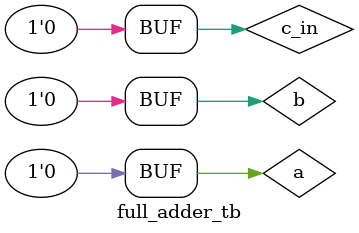
<source format=v>
module full_adder(sum,c_out,a,b,c_in);
input c_in,a,b;
output sum,c_out;
wire p,q,r;

half_adder n1(p,q,a,b);
half_adder n2(sum,r,p,c_in);
nand_or n3(c_out,q,r);
endmodule
//test
module full_adder_tb;
wire s,c_out;
reg a,b,c_in;
full_adder n1(s,c_out,a,b,c_in);
initial
begin
	a=1; b=1; c_in=1; #10;
	a=0; b=0; c_in=1; #10;
	a=1; b=1; c_in=0;#10;
	a=0; b=1; c_in=1; #10;
	a=0; b=0; c_in=0; #10;
end
endmodule
			

</source>
